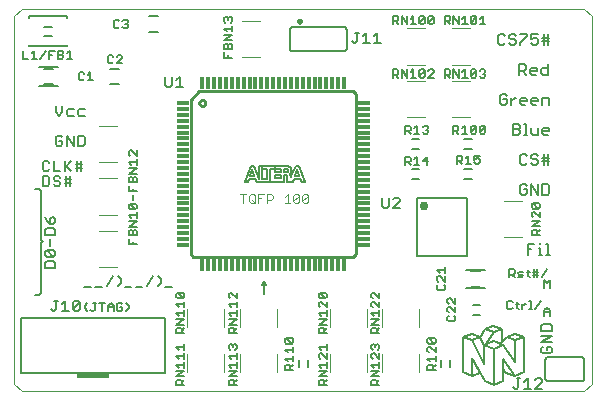
<source format=gto>
G75*
%MOIN*%
%OFA0B0*%
%FSLAX25Y25*%
%IPPOS*%
%LPD*%
%AMOC8*
5,1,8,0,0,1.08239X$1,22.5*
%
%ADD10C,0.00000*%
%ADD11C,0.00600*%
%ADD12C,0.00500*%
%ADD13C,0.00800*%
%ADD14C,0.01000*%
%ADD15C,0.00787*%
%ADD16C,0.00400*%
%ADD17C,0.00300*%
%ADD18R,0.04133X0.01182*%
%ADD19R,0.04133X0.01181*%
%ADD20R,0.01182X0.04133*%
%ADD21R,0.01181X0.04133*%
%ADD22C,0.02953*%
D10*
X0007850Y0004100D02*
X0005350Y0006600D01*
X0005350Y0129100D01*
X0007850Y0131600D01*
X0195350Y0131600D01*
X0197850Y0129100D01*
X0197850Y0006600D01*
X0195350Y0004100D01*
X0007850Y0004100D01*
D11*
X0018092Y0030962D02*
X0018659Y0030962D01*
X0019226Y0031530D01*
X0019226Y0034365D01*
X0018659Y0034365D02*
X0019794Y0034365D01*
X0021208Y0033231D02*
X0022342Y0034365D01*
X0022342Y0030962D01*
X0021208Y0030962D02*
X0023477Y0030962D01*
X0024891Y0031530D02*
X0027160Y0033798D01*
X0027160Y0031530D01*
X0026593Y0030962D01*
X0025458Y0030962D01*
X0024891Y0031530D01*
X0024891Y0033798D01*
X0025458Y0034365D01*
X0026593Y0034365D01*
X0027160Y0033798D01*
X0018092Y0030962D02*
X0017525Y0031530D01*
X0013475Y0036288D02*
X0012225Y0036288D01*
X0013475Y0036288D02*
X0014100Y0036913D01*
X0014100Y0053475D01*
X0014725Y0054100D01*
X0014100Y0054725D01*
X0014100Y0070975D01*
X0013475Y0071600D01*
X0012225Y0071600D01*
X0014712Y0072525D02*
X0016414Y0072525D01*
X0016981Y0073092D01*
X0016981Y0075361D01*
X0016414Y0075928D01*
X0014712Y0075928D01*
X0014712Y0072525D01*
X0018396Y0073092D02*
X0018963Y0072525D01*
X0020097Y0072525D01*
X0020664Y0073092D01*
X0020664Y0073659D01*
X0020097Y0074226D01*
X0018963Y0074226D01*
X0018396Y0074794D01*
X0018396Y0075361D01*
X0018963Y0075928D01*
X0020097Y0075928D01*
X0020664Y0075361D01*
X0022079Y0074794D02*
X0023780Y0074794D01*
X0024347Y0074794D01*
X0024347Y0073659D02*
X0022079Y0073659D01*
X0022646Y0072525D02*
X0022646Y0075928D01*
X0023780Y0075928D02*
X0023780Y0072525D01*
X0024347Y0077525D02*
X0022646Y0079226D01*
X0022079Y0078659D02*
X0024347Y0080928D01*
X0025762Y0079794D02*
X0027463Y0079794D01*
X0028031Y0079794D01*
X0028031Y0078659D02*
X0025762Y0078659D01*
X0026329Y0077525D02*
X0026329Y0080928D01*
X0027463Y0080928D02*
X0027463Y0077525D01*
X0022079Y0077525D02*
X0022079Y0080928D01*
X0018396Y0080928D02*
X0018396Y0077525D01*
X0020664Y0077525D01*
X0016981Y0078092D02*
X0016414Y0077525D01*
X0015280Y0077525D01*
X0014712Y0078092D01*
X0014712Y0080361D01*
X0015280Y0080928D01*
X0016414Y0080928D01*
X0016981Y0080361D01*
X0019655Y0085963D02*
X0020789Y0085963D01*
X0021356Y0086530D01*
X0021356Y0087664D01*
X0020222Y0087664D01*
X0021356Y0088798D02*
X0020789Y0089365D01*
X0019655Y0089365D01*
X0019088Y0088798D01*
X0019088Y0086530D01*
X0019655Y0085963D01*
X0022771Y0085963D02*
X0022771Y0089365D01*
X0025039Y0085963D01*
X0025039Y0089365D01*
X0026454Y0089365D02*
X0028155Y0089365D01*
X0028722Y0088798D01*
X0028722Y0086530D01*
X0028155Y0085963D01*
X0026454Y0085963D01*
X0026454Y0089365D01*
X0027021Y0095962D02*
X0028722Y0095962D01*
X0027021Y0095962D02*
X0026454Y0096530D01*
X0026454Y0097664D01*
X0027021Y0098231D01*
X0028722Y0098231D01*
X0025039Y0098231D02*
X0023338Y0098231D01*
X0022771Y0097664D01*
X0022771Y0096530D01*
X0023338Y0095962D01*
X0025039Y0095962D01*
X0021356Y0097097D02*
X0021356Y0099365D01*
X0021356Y0097097D02*
X0020222Y0095962D01*
X0019088Y0097097D01*
X0019088Y0099365D01*
X0019413Y0105975D02*
X0013787Y0105975D01*
X0013475Y0105975D02*
X0019725Y0105975D01*
X0018100Y0106500D02*
X0015100Y0106500D01*
X0015100Y0111700D02*
X0018100Y0111700D01*
X0019413Y0112225D02*
X0013787Y0112225D01*
X0013475Y0112225D02*
X0019725Y0112225D01*
X0022850Y0119100D02*
X0010350Y0119100D01*
X0010350Y0119725D01*
X0015350Y0122537D02*
X0017850Y0122537D01*
X0017850Y0125662D02*
X0015350Y0125662D01*
X0010350Y0128475D02*
X0010350Y0129100D01*
X0022850Y0129100D01*
X0022850Y0128475D01*
X0022850Y0119725D02*
X0022850Y0119100D01*
X0037288Y0111700D02*
X0040288Y0111700D01*
X0040288Y0106500D02*
X0037288Y0106500D01*
X0055650Y0106217D02*
X0056217Y0105650D01*
X0057351Y0105650D01*
X0057919Y0106217D01*
X0057919Y0109053D01*
X0059333Y0107919D02*
X0060467Y0109053D01*
X0060467Y0105650D01*
X0059333Y0105650D02*
X0061602Y0105650D01*
X0055650Y0106217D02*
X0055650Y0109053D01*
X0053100Y0124000D02*
X0050100Y0124000D01*
X0050100Y0129200D02*
X0053100Y0129200D01*
X0097100Y0124600D02*
X0097100Y0118600D01*
X0097102Y0118540D01*
X0097107Y0118479D01*
X0097116Y0118420D01*
X0097129Y0118361D01*
X0097145Y0118302D01*
X0097165Y0118245D01*
X0097188Y0118190D01*
X0097215Y0118135D01*
X0097244Y0118083D01*
X0097277Y0118032D01*
X0097313Y0117983D01*
X0097351Y0117937D01*
X0097393Y0117893D01*
X0097437Y0117851D01*
X0097483Y0117813D01*
X0097532Y0117777D01*
X0097583Y0117744D01*
X0097635Y0117715D01*
X0097690Y0117688D01*
X0097745Y0117665D01*
X0097802Y0117645D01*
X0097861Y0117629D01*
X0097920Y0117616D01*
X0097979Y0117607D01*
X0098040Y0117602D01*
X0098100Y0117600D01*
X0115100Y0117600D01*
X0115160Y0117602D01*
X0115221Y0117607D01*
X0115280Y0117616D01*
X0115339Y0117629D01*
X0115398Y0117645D01*
X0115455Y0117665D01*
X0115510Y0117688D01*
X0115565Y0117715D01*
X0115617Y0117744D01*
X0115668Y0117777D01*
X0115717Y0117813D01*
X0115763Y0117851D01*
X0115807Y0117893D01*
X0115849Y0117937D01*
X0115887Y0117983D01*
X0115923Y0118032D01*
X0115956Y0118083D01*
X0115985Y0118135D01*
X0116012Y0118190D01*
X0116035Y0118245D01*
X0116055Y0118302D01*
X0116071Y0118361D01*
X0116084Y0118420D01*
X0116093Y0118479D01*
X0116098Y0118540D01*
X0116100Y0118600D01*
X0116100Y0124600D01*
X0116098Y0124660D01*
X0116093Y0124721D01*
X0116084Y0124780D01*
X0116071Y0124839D01*
X0116055Y0124898D01*
X0116035Y0124955D01*
X0116012Y0125010D01*
X0115985Y0125065D01*
X0115956Y0125117D01*
X0115923Y0125168D01*
X0115887Y0125217D01*
X0115849Y0125263D01*
X0115807Y0125307D01*
X0115763Y0125349D01*
X0115717Y0125387D01*
X0115668Y0125423D01*
X0115617Y0125456D01*
X0115565Y0125485D01*
X0115510Y0125512D01*
X0115455Y0125535D01*
X0115398Y0125555D01*
X0115339Y0125571D01*
X0115280Y0125584D01*
X0115221Y0125593D01*
X0115160Y0125598D01*
X0115100Y0125600D01*
X0098100Y0125600D01*
X0098040Y0125598D01*
X0097979Y0125593D01*
X0097920Y0125584D01*
X0097861Y0125571D01*
X0097802Y0125555D01*
X0097745Y0125535D01*
X0097690Y0125512D01*
X0097635Y0125485D01*
X0097583Y0125456D01*
X0097532Y0125423D01*
X0097483Y0125387D01*
X0097437Y0125349D01*
X0097393Y0125307D01*
X0097351Y0125263D01*
X0097313Y0125217D01*
X0097277Y0125168D01*
X0097244Y0125117D01*
X0097215Y0125065D01*
X0097188Y0125010D01*
X0097165Y0124955D01*
X0097145Y0124898D01*
X0097129Y0124839D01*
X0097116Y0124780D01*
X0097107Y0124721D01*
X0097102Y0124660D01*
X0097100Y0124600D01*
X0117837Y0120905D02*
X0118405Y0120337D01*
X0118972Y0120337D01*
X0119539Y0120905D01*
X0119539Y0123740D01*
X0118972Y0123740D02*
X0120106Y0123740D01*
X0121521Y0122606D02*
X0122655Y0123740D01*
X0122655Y0120337D01*
X0121521Y0120337D02*
X0123789Y0120337D01*
X0125204Y0120337D02*
X0127472Y0120337D01*
X0126338Y0120337D02*
X0126338Y0123740D01*
X0125204Y0122606D01*
X0166609Y0122548D02*
X0166609Y0120280D01*
X0167176Y0119712D01*
X0168311Y0119712D01*
X0168878Y0120280D01*
X0170292Y0120280D02*
X0170860Y0119712D01*
X0171994Y0119712D01*
X0172561Y0120280D01*
X0172561Y0120847D01*
X0171994Y0121414D01*
X0170860Y0121414D01*
X0170292Y0121981D01*
X0170292Y0122548D01*
X0170860Y0123115D01*
X0171994Y0123115D01*
X0172561Y0122548D01*
X0173976Y0123115D02*
X0176244Y0123115D01*
X0176244Y0122548D01*
X0173976Y0120280D01*
X0173976Y0119712D01*
X0177659Y0120280D02*
X0178226Y0119712D01*
X0179360Y0119712D01*
X0179927Y0120280D01*
X0179927Y0121414D01*
X0179360Y0121981D01*
X0178793Y0121981D01*
X0177659Y0121414D01*
X0177659Y0123115D01*
X0179927Y0123115D01*
X0181342Y0121981D02*
X0183043Y0121981D01*
X0183610Y0121981D01*
X0183610Y0120847D02*
X0181342Y0120847D01*
X0181909Y0119712D02*
X0181909Y0123115D01*
X0183043Y0123115D02*
X0183043Y0119712D01*
X0183298Y0113115D02*
X0183298Y0109712D01*
X0181597Y0109712D01*
X0181029Y0110280D01*
X0181029Y0111414D01*
X0181597Y0111981D01*
X0183298Y0111981D01*
X0179615Y0111414D02*
X0179615Y0110847D01*
X0177346Y0110847D01*
X0177346Y0111414D02*
X0177913Y0111981D01*
X0179048Y0111981D01*
X0179615Y0111414D01*
X0179048Y0109712D02*
X0177913Y0109712D01*
X0177346Y0110280D01*
X0177346Y0111414D01*
X0175932Y0111414D02*
X0175932Y0112548D01*
X0175365Y0113115D01*
X0173663Y0113115D01*
X0173663Y0109712D01*
X0173663Y0110847D02*
X0175365Y0110847D01*
X0175932Y0111414D01*
X0174797Y0110847D02*
X0175932Y0109712D01*
X0168925Y0103115D02*
X0167790Y0103115D01*
X0167223Y0102548D01*
X0167223Y0100280D01*
X0167790Y0099712D01*
X0168925Y0099712D01*
X0169492Y0100280D01*
X0169492Y0101414D01*
X0168357Y0101414D01*
X0169492Y0102548D02*
X0168925Y0103115D01*
X0170906Y0101981D02*
X0170906Y0099712D01*
X0170906Y0100847D02*
X0172041Y0101981D01*
X0172608Y0101981D01*
X0173976Y0101414D02*
X0173976Y0100280D01*
X0174543Y0099712D01*
X0175677Y0099712D01*
X0176244Y0100847D02*
X0173976Y0100847D01*
X0173976Y0101414D02*
X0174543Y0101981D01*
X0175677Y0101981D01*
X0176244Y0101414D01*
X0176244Y0100847D01*
X0177659Y0100847D02*
X0179927Y0100847D01*
X0179927Y0101414D01*
X0179360Y0101981D01*
X0178226Y0101981D01*
X0177659Y0101414D01*
X0177659Y0100280D01*
X0178226Y0099712D01*
X0179360Y0099712D01*
X0181342Y0099712D02*
X0181342Y0101981D01*
X0183043Y0101981D01*
X0183610Y0101414D01*
X0183610Y0099712D01*
X0175770Y0093115D02*
X0175770Y0089712D01*
X0175203Y0089712D02*
X0176338Y0089712D01*
X0177659Y0090280D02*
X0178226Y0089712D01*
X0179927Y0089712D01*
X0179927Y0091981D01*
X0181342Y0091414D02*
X0181342Y0090280D01*
X0181909Y0089712D01*
X0183043Y0089712D01*
X0183610Y0090847D02*
X0181342Y0090847D01*
X0181342Y0091414D02*
X0181909Y0091981D01*
X0183043Y0091981D01*
X0183610Y0091414D01*
X0183610Y0090847D01*
X0177659Y0090280D02*
X0177659Y0091981D01*
X0175770Y0093115D02*
X0175203Y0093115D01*
X0173789Y0092548D02*
X0173789Y0091981D01*
X0173222Y0091414D01*
X0171520Y0091414D01*
X0171520Y0093115D02*
X0173222Y0093115D01*
X0173789Y0092548D01*
X0173222Y0091414D02*
X0173789Y0090847D01*
X0173789Y0090280D01*
X0173222Y0089712D01*
X0171520Y0089712D01*
X0171520Y0093115D01*
X0174543Y0083115D02*
X0173976Y0082548D01*
X0173976Y0080280D01*
X0174543Y0079713D01*
X0175677Y0079713D01*
X0176244Y0080280D01*
X0177659Y0080280D02*
X0178226Y0079713D01*
X0179360Y0079713D01*
X0179927Y0080280D01*
X0179927Y0080847D01*
X0179360Y0081414D01*
X0178226Y0081414D01*
X0177659Y0081981D01*
X0177659Y0082548D01*
X0178226Y0083115D01*
X0179360Y0083115D01*
X0179927Y0082548D01*
X0181342Y0081981D02*
X0183043Y0081981D01*
X0183610Y0081981D01*
X0183610Y0080847D02*
X0181342Y0080847D01*
X0181909Y0079713D02*
X0181909Y0083115D01*
X0183043Y0083115D02*
X0183043Y0079713D01*
X0176244Y0082548D02*
X0175677Y0083115D01*
X0174543Y0083115D01*
X0174543Y0073115D02*
X0173976Y0072548D01*
X0173976Y0070280D01*
X0174543Y0069713D01*
X0175677Y0069713D01*
X0176244Y0070280D01*
X0176244Y0071414D01*
X0175110Y0071414D01*
X0176244Y0072548D02*
X0175677Y0073115D01*
X0174543Y0073115D01*
X0177659Y0073115D02*
X0177659Y0069713D01*
X0179927Y0069713D02*
X0179927Y0073115D01*
X0181342Y0073115D02*
X0183043Y0073115D01*
X0183610Y0072548D01*
X0183610Y0070280D01*
X0183043Y0069713D01*
X0181342Y0069713D01*
X0181342Y0073115D01*
X0177659Y0073115D02*
X0179927Y0069713D01*
X0157850Y0075038D02*
X0155350Y0075038D01*
X0155350Y0078163D02*
X0157850Y0078163D01*
X0157850Y0085038D02*
X0155350Y0085038D01*
X0155350Y0088162D02*
X0157850Y0088162D01*
X0140350Y0088162D02*
X0137850Y0088162D01*
X0137850Y0085038D02*
X0140350Y0085038D01*
X0140350Y0078163D02*
X0137850Y0078163D01*
X0137850Y0075038D02*
X0140350Y0075038D01*
X0133789Y0068173D02*
X0133222Y0068740D01*
X0132088Y0068740D01*
X0131521Y0068173D01*
X0130106Y0068740D02*
X0130106Y0065905D01*
X0129539Y0065337D01*
X0128405Y0065337D01*
X0127837Y0065905D01*
X0127837Y0068740D01*
X0131521Y0065337D02*
X0133789Y0067606D01*
X0133789Y0068173D01*
X0133789Y0065337D02*
X0131521Y0065337D01*
X0155975Y0044725D02*
X0162225Y0044725D01*
X0161913Y0044725D02*
X0156288Y0044725D01*
X0157600Y0044200D02*
X0160600Y0044200D01*
X0160600Y0039000D02*
X0157600Y0039000D01*
X0156288Y0038475D02*
X0161913Y0038475D01*
X0162225Y0038475D02*
X0155975Y0038475D01*
X0158163Y0032850D02*
X0160663Y0032850D01*
X0160663Y0029725D02*
X0158163Y0029725D01*
X0150663Y0014725D02*
X0150663Y0012225D01*
X0147538Y0012225D02*
X0147538Y0014725D01*
X0171588Y0005592D02*
X0172155Y0005025D01*
X0172722Y0005025D01*
X0173289Y0005592D01*
X0173289Y0008428D01*
X0172722Y0008428D02*
X0173856Y0008428D01*
X0175271Y0007294D02*
X0176405Y0008428D01*
X0176405Y0005025D01*
X0175271Y0005025D02*
X0177539Y0005025D01*
X0178954Y0005025D02*
X0181222Y0007294D01*
X0181222Y0007861D01*
X0180655Y0008428D01*
X0179521Y0008428D01*
X0178954Y0007861D01*
X0182287Y0008600D02*
X0182287Y0014600D01*
X0182289Y0014660D01*
X0182294Y0014721D01*
X0182303Y0014780D01*
X0182316Y0014839D01*
X0182332Y0014898D01*
X0182352Y0014955D01*
X0182375Y0015010D01*
X0182402Y0015065D01*
X0182431Y0015117D01*
X0182464Y0015168D01*
X0182500Y0015217D01*
X0182538Y0015263D01*
X0182580Y0015307D01*
X0182624Y0015349D01*
X0182670Y0015387D01*
X0182719Y0015423D01*
X0182770Y0015456D01*
X0182822Y0015485D01*
X0182877Y0015512D01*
X0182932Y0015535D01*
X0182989Y0015555D01*
X0183048Y0015571D01*
X0183107Y0015584D01*
X0183166Y0015593D01*
X0183227Y0015598D01*
X0183287Y0015600D01*
X0194287Y0015600D01*
X0194347Y0015598D01*
X0194408Y0015593D01*
X0194467Y0015584D01*
X0194526Y0015571D01*
X0194585Y0015555D01*
X0194642Y0015535D01*
X0194697Y0015512D01*
X0194752Y0015485D01*
X0194804Y0015456D01*
X0194855Y0015423D01*
X0194904Y0015387D01*
X0194950Y0015349D01*
X0194994Y0015307D01*
X0195036Y0015263D01*
X0195074Y0015217D01*
X0195110Y0015168D01*
X0195143Y0015117D01*
X0195172Y0015065D01*
X0195199Y0015010D01*
X0195222Y0014955D01*
X0195242Y0014898D01*
X0195258Y0014839D01*
X0195271Y0014780D01*
X0195280Y0014721D01*
X0195285Y0014660D01*
X0195287Y0014600D01*
X0195287Y0008600D01*
X0195285Y0008540D01*
X0195280Y0008479D01*
X0195271Y0008420D01*
X0195258Y0008361D01*
X0195242Y0008302D01*
X0195222Y0008245D01*
X0195199Y0008190D01*
X0195172Y0008135D01*
X0195143Y0008083D01*
X0195110Y0008032D01*
X0195074Y0007983D01*
X0195036Y0007937D01*
X0194994Y0007893D01*
X0194950Y0007851D01*
X0194904Y0007813D01*
X0194855Y0007777D01*
X0194804Y0007744D01*
X0194752Y0007715D01*
X0194697Y0007688D01*
X0194642Y0007665D01*
X0194585Y0007645D01*
X0194526Y0007629D01*
X0194467Y0007616D01*
X0194408Y0007607D01*
X0194347Y0007602D01*
X0194287Y0007600D01*
X0183287Y0007600D01*
X0183227Y0007602D01*
X0183166Y0007607D01*
X0183107Y0007616D01*
X0183048Y0007629D01*
X0182989Y0007645D01*
X0182932Y0007665D01*
X0182877Y0007688D01*
X0182822Y0007715D01*
X0182770Y0007744D01*
X0182719Y0007777D01*
X0182670Y0007813D01*
X0182624Y0007851D01*
X0182580Y0007893D01*
X0182538Y0007937D01*
X0182500Y0007983D01*
X0182464Y0008032D01*
X0182431Y0008083D01*
X0182402Y0008135D01*
X0182375Y0008190D01*
X0182352Y0008245D01*
X0182332Y0008302D01*
X0182316Y0008361D01*
X0182303Y0008420D01*
X0182294Y0008479D01*
X0182289Y0008540D01*
X0182287Y0008600D01*
X0181222Y0005025D02*
X0178954Y0005025D01*
X0181589Y0016788D02*
X0183858Y0016788D01*
X0184425Y0017355D01*
X0184425Y0018490D01*
X0183858Y0019057D01*
X0182724Y0019057D01*
X0182724Y0017922D01*
X0181589Y0016788D02*
X0181022Y0017355D01*
X0181022Y0018490D01*
X0181589Y0019057D01*
X0181022Y0020471D02*
X0184425Y0022740D01*
X0181022Y0022740D01*
X0181022Y0024154D02*
X0181022Y0025856D01*
X0181589Y0026423D01*
X0183858Y0026423D01*
X0184425Y0025856D01*
X0184425Y0024154D01*
X0181022Y0024154D01*
X0181022Y0020471D02*
X0184425Y0020471D01*
X0183704Y0049712D02*
X0182570Y0049712D01*
X0183137Y0049712D02*
X0183137Y0053115D01*
X0182570Y0053115D01*
X0180681Y0053115D02*
X0180681Y0053683D01*
X0180681Y0051981D02*
X0180681Y0049712D01*
X0180114Y0049712D02*
X0181248Y0049712D01*
X0180681Y0051981D02*
X0180114Y0051981D01*
X0178700Y0053115D02*
X0176431Y0053115D01*
X0176431Y0049712D01*
X0176431Y0051414D02*
X0177565Y0051414D01*
X0103162Y0014725D02*
X0103162Y0012225D01*
X0100037Y0012225D02*
X0100037Y0014725D01*
X0088475Y0036600D02*
X0088475Y0040663D01*
X0087850Y0039725D01*
X0088475Y0040663D02*
X0089100Y0039725D01*
X0018925Y0045192D02*
X0018925Y0046894D01*
X0018358Y0047461D01*
X0016089Y0047461D01*
X0015522Y0046894D01*
X0015522Y0045192D01*
X0018925Y0045192D01*
X0018358Y0048875D02*
X0016089Y0048875D01*
X0015522Y0049442D01*
X0015522Y0050577D01*
X0016089Y0051144D01*
X0018358Y0048875D01*
X0018925Y0049442D01*
X0018925Y0050577D01*
X0018358Y0051144D01*
X0016089Y0051144D01*
X0017224Y0052558D02*
X0017224Y0054827D01*
X0018925Y0056242D02*
X0015522Y0056242D01*
X0015522Y0057943D01*
X0016089Y0058510D01*
X0018358Y0058510D01*
X0018925Y0057943D01*
X0018925Y0056242D01*
X0018358Y0059925D02*
X0017224Y0059925D01*
X0017224Y0061626D01*
X0017791Y0062193D01*
X0018358Y0062193D01*
X0018925Y0061626D01*
X0018925Y0060492D01*
X0018358Y0059925D01*
X0017224Y0059925D02*
X0016089Y0061059D01*
X0015522Y0062193D01*
X0166609Y0122548D02*
X0167176Y0123115D01*
X0168311Y0123115D01*
X0168878Y0122548D01*
D12*
X0162313Y0126537D02*
X0160511Y0126537D01*
X0161412Y0126537D02*
X0161412Y0129240D01*
X0160511Y0128339D01*
X0159366Y0128789D02*
X0157565Y0126988D01*
X0158015Y0126537D01*
X0158916Y0126537D01*
X0159366Y0126988D01*
X0159366Y0128789D01*
X0158916Y0129240D01*
X0158015Y0129240D01*
X0157565Y0128789D01*
X0157565Y0126988D01*
X0156420Y0126537D02*
X0154618Y0126537D01*
X0155519Y0126537D02*
X0155519Y0129240D01*
X0154618Y0128339D01*
X0153473Y0129240D02*
X0153473Y0126537D01*
X0151672Y0129240D01*
X0151672Y0126537D01*
X0150527Y0126537D02*
X0149626Y0127438D01*
X0150076Y0127438D02*
X0148725Y0127438D01*
X0148725Y0126537D02*
X0148725Y0129240D01*
X0150076Y0129240D01*
X0150527Y0128789D01*
X0150527Y0127889D01*
X0150076Y0127438D01*
X0145080Y0126988D02*
X0144630Y0126537D01*
X0143729Y0126537D01*
X0143278Y0126988D01*
X0145080Y0128789D01*
X0145080Y0126988D01*
X0143278Y0126988D02*
X0143278Y0128789D01*
X0143729Y0129240D01*
X0144630Y0129240D01*
X0145080Y0128789D01*
X0142134Y0128789D02*
X0140332Y0126988D01*
X0140782Y0126537D01*
X0141683Y0126537D01*
X0142134Y0126988D01*
X0142134Y0128789D01*
X0141683Y0129240D01*
X0140782Y0129240D01*
X0140332Y0128789D01*
X0140332Y0126988D01*
X0139187Y0126537D02*
X0137385Y0126537D01*
X0138286Y0126537D02*
X0138286Y0129240D01*
X0137385Y0128339D01*
X0136240Y0129240D02*
X0136240Y0126537D01*
X0134439Y0129240D01*
X0134439Y0126537D01*
X0133294Y0126537D02*
X0132393Y0127438D01*
X0132844Y0127438D02*
X0131492Y0127438D01*
X0131492Y0126537D02*
X0131492Y0129240D01*
X0132844Y0129240D01*
X0133294Y0128789D01*
X0133294Y0127889D01*
X0132844Y0127438D01*
X0132844Y0111427D02*
X0131492Y0111427D01*
X0131492Y0108725D01*
X0131492Y0109626D02*
X0132844Y0109626D01*
X0133294Y0110076D01*
X0133294Y0110977D01*
X0132844Y0111427D01*
X0134439Y0111427D02*
X0136240Y0108725D01*
X0136240Y0111427D01*
X0137385Y0110527D02*
X0138286Y0111427D01*
X0138286Y0108725D01*
X0137385Y0108725D02*
X0139187Y0108725D01*
X0140332Y0109175D02*
X0142134Y0110977D01*
X0142134Y0109175D01*
X0141683Y0108725D01*
X0140782Y0108725D01*
X0140332Y0109175D01*
X0140332Y0110977D01*
X0140782Y0111427D01*
X0141683Y0111427D01*
X0142134Y0110977D01*
X0143278Y0110977D02*
X0143729Y0111427D01*
X0144630Y0111427D01*
X0145080Y0110977D01*
X0145080Y0110527D01*
X0143278Y0108725D01*
X0145080Y0108725D01*
X0148725Y0108725D02*
X0148725Y0111427D01*
X0150076Y0111427D01*
X0150527Y0110977D01*
X0150527Y0110076D01*
X0150076Y0109626D01*
X0148725Y0109626D01*
X0149626Y0109626D02*
X0150527Y0108725D01*
X0151672Y0108725D02*
X0151672Y0111427D01*
X0153473Y0108725D01*
X0153473Y0111427D01*
X0154618Y0110527D02*
X0155519Y0111427D01*
X0155519Y0108725D01*
X0154618Y0108725D02*
X0156420Y0108725D01*
X0157565Y0109175D02*
X0159366Y0110977D01*
X0159366Y0109175D01*
X0158916Y0108725D01*
X0158015Y0108725D01*
X0157565Y0109175D01*
X0157565Y0110977D01*
X0158015Y0111427D01*
X0158916Y0111427D01*
X0159366Y0110977D01*
X0160511Y0110977D02*
X0160961Y0111427D01*
X0161862Y0111427D01*
X0162313Y0110977D01*
X0162313Y0110527D01*
X0161862Y0110076D01*
X0162313Y0109626D01*
X0162313Y0109175D01*
X0161862Y0108725D01*
X0160961Y0108725D01*
X0160511Y0109175D01*
X0161412Y0110076D02*
X0161862Y0110076D01*
X0161728Y0092677D02*
X0162179Y0092227D01*
X0160377Y0090425D01*
X0160827Y0089975D01*
X0161728Y0089975D01*
X0162179Y0090425D01*
X0162179Y0092227D01*
X0161728Y0092677D02*
X0160827Y0092677D01*
X0160377Y0092227D01*
X0160377Y0090425D01*
X0159232Y0090425D02*
X0158782Y0089975D01*
X0157881Y0089975D01*
X0157431Y0090425D01*
X0159232Y0092227D01*
X0159232Y0090425D01*
X0157431Y0090425D02*
X0157431Y0092227D01*
X0157881Y0092677D01*
X0158782Y0092677D01*
X0159232Y0092227D01*
X0156286Y0089975D02*
X0154484Y0089975D01*
X0155385Y0089975D02*
X0155385Y0092677D01*
X0154484Y0091777D01*
X0153339Y0092227D02*
X0152889Y0092677D01*
X0151538Y0092677D01*
X0151538Y0089975D01*
X0151538Y0090876D02*
X0152889Y0090876D01*
X0153339Y0091326D01*
X0153339Y0092227D01*
X0152438Y0090876D02*
X0153339Y0089975D01*
X0143295Y0090425D02*
X0142844Y0089975D01*
X0141943Y0089975D01*
X0141493Y0090425D01*
X0140348Y0089975D02*
X0138547Y0089975D01*
X0139447Y0089975D02*
X0139447Y0092677D01*
X0138547Y0091777D01*
X0137402Y0092227D02*
X0136951Y0092677D01*
X0135600Y0092677D01*
X0135600Y0089975D01*
X0135600Y0090876D02*
X0136951Y0090876D01*
X0137402Y0091326D01*
X0137402Y0092227D01*
X0136501Y0090876D02*
X0137402Y0089975D01*
X0141493Y0092227D02*
X0141943Y0092677D01*
X0142844Y0092677D01*
X0143295Y0092227D01*
X0143295Y0091777D01*
X0142844Y0091326D01*
X0143295Y0090876D01*
X0143295Y0090425D01*
X0142844Y0091326D02*
X0142394Y0091326D01*
X0142844Y0082365D02*
X0141493Y0081014D01*
X0143295Y0081014D01*
X0142844Y0079663D02*
X0142844Y0082365D01*
X0139447Y0082365D02*
X0139447Y0079663D01*
X0138547Y0079663D02*
X0140348Y0079663D01*
X0138547Y0081464D02*
X0139447Y0082365D01*
X0137402Y0081914D02*
X0137402Y0081014D01*
X0136951Y0080563D01*
X0135600Y0080563D01*
X0135600Y0079663D02*
X0135600Y0082365D01*
X0136951Y0082365D01*
X0137402Y0081914D01*
X0136501Y0080563D02*
X0137402Y0079663D01*
X0152788Y0079975D02*
X0152788Y0082677D01*
X0154139Y0082677D01*
X0154589Y0082227D01*
X0154589Y0081326D01*
X0154139Y0080876D01*
X0152788Y0080876D01*
X0153688Y0080876D02*
X0154589Y0079975D01*
X0155734Y0079975D02*
X0157536Y0079975D01*
X0156635Y0079975D02*
X0156635Y0082677D01*
X0155734Y0081777D01*
X0158681Y0081326D02*
X0159581Y0081777D01*
X0160032Y0081777D01*
X0160482Y0081326D01*
X0160482Y0080425D01*
X0160032Y0079975D01*
X0159131Y0079975D01*
X0158681Y0080425D01*
X0158681Y0081326D02*
X0158681Y0082677D01*
X0160482Y0082677D01*
X0177710Y0066416D02*
X0178161Y0066866D01*
X0179962Y0065065D01*
X0180412Y0065515D01*
X0180412Y0066416D01*
X0179962Y0066866D01*
X0178161Y0066866D01*
X0177710Y0066416D02*
X0177710Y0065515D01*
X0178161Y0065065D01*
X0179962Y0065065D01*
X0180412Y0063920D02*
X0180412Y0062118D01*
X0178611Y0063920D01*
X0178161Y0063920D01*
X0177710Y0063469D01*
X0177710Y0062568D01*
X0178161Y0062118D01*
X0177710Y0060973D02*
X0180412Y0060973D01*
X0177710Y0059172D01*
X0180412Y0059172D01*
X0180412Y0058027D02*
X0179512Y0057126D01*
X0179512Y0057576D02*
X0179512Y0056225D01*
X0180412Y0056225D02*
X0177710Y0056225D01*
X0177710Y0057576D01*
X0178161Y0058027D01*
X0179061Y0058027D01*
X0179512Y0057576D01*
X0179496Y0044865D02*
X0179496Y0042163D01*
X0178595Y0042163D02*
X0178595Y0044865D01*
X0178144Y0043964D02*
X0179496Y0043964D01*
X0179946Y0043964D01*
X0179946Y0043063D02*
X0178144Y0043063D01*
X0177081Y0042163D02*
X0176630Y0042613D01*
X0176630Y0044414D01*
X0176180Y0043964D02*
X0177081Y0043964D01*
X0175035Y0043964D02*
X0173684Y0043964D01*
X0173234Y0043514D01*
X0173684Y0043063D01*
X0174585Y0043063D01*
X0175035Y0042613D01*
X0174585Y0042163D01*
X0173234Y0042163D01*
X0172089Y0042163D02*
X0171188Y0043063D01*
X0171638Y0043063D02*
X0170287Y0043063D01*
X0170287Y0042163D02*
X0170287Y0044865D01*
X0171638Y0044865D01*
X0172089Y0044414D01*
X0172089Y0043514D01*
X0171638Y0043063D01*
X0181091Y0042163D02*
X0182893Y0044865D01*
X0182028Y0041115D02*
X0182929Y0040214D01*
X0183830Y0041115D01*
X0183830Y0038413D01*
X0182028Y0038413D02*
X0182028Y0041115D01*
X0180705Y0034240D02*
X0178903Y0031537D01*
X0177840Y0031537D02*
X0176939Y0031537D01*
X0177390Y0031537D02*
X0177390Y0034240D01*
X0176939Y0034240D01*
X0175835Y0033339D02*
X0175384Y0033339D01*
X0174484Y0032438D01*
X0174484Y0031537D02*
X0174484Y0033339D01*
X0173420Y0033339D02*
X0172519Y0033339D01*
X0172970Y0033789D02*
X0172970Y0031988D01*
X0173420Y0031537D01*
X0171374Y0031988D02*
X0170924Y0031537D01*
X0170023Y0031537D01*
X0169573Y0031988D01*
X0169573Y0033789D01*
X0170023Y0034240D01*
X0170924Y0034240D01*
X0171374Y0033789D01*
X0182028Y0031152D02*
X0182028Y0029350D01*
X0182028Y0030701D02*
X0183830Y0030701D01*
X0183830Y0031152D02*
X0183830Y0029350D01*
X0183830Y0031152D02*
X0182929Y0032052D01*
X0182028Y0031152D01*
X0152288Y0030422D02*
X0150486Y0032223D01*
X0150036Y0032223D01*
X0149585Y0031773D01*
X0149585Y0030872D01*
X0150036Y0030422D01*
X0150036Y0029277D02*
X0149585Y0028826D01*
X0149585Y0027925D01*
X0150036Y0027475D01*
X0151837Y0027475D01*
X0152288Y0027925D01*
X0152288Y0028826D01*
X0151837Y0029277D01*
X0152288Y0030422D02*
X0152288Y0032223D01*
X0152288Y0033368D02*
X0150486Y0035170D01*
X0150036Y0035170D01*
X0149585Y0034719D01*
X0149585Y0033818D01*
X0150036Y0033368D01*
X0152288Y0033368D02*
X0152288Y0035170D01*
X0148850Y0038238D02*
X0148850Y0039139D01*
X0148400Y0039589D01*
X0148850Y0040734D02*
X0147048Y0042536D01*
X0146598Y0042536D01*
X0146148Y0042085D01*
X0146148Y0041184D01*
X0146598Y0040734D01*
X0146598Y0039589D02*
X0146148Y0039139D01*
X0146148Y0038238D01*
X0146598Y0037788D01*
X0148400Y0037788D01*
X0148850Y0038238D01*
X0148850Y0040734D02*
X0148850Y0042536D01*
X0148850Y0043681D02*
X0148850Y0045482D01*
X0148850Y0044581D02*
X0146148Y0044581D01*
X0147048Y0043681D01*
X0126975Y0037000D02*
X0126975Y0035199D01*
X0125173Y0037000D01*
X0124723Y0037000D01*
X0124273Y0036550D01*
X0124273Y0035649D01*
X0124723Y0035199D01*
X0124723Y0034054D02*
X0124273Y0033603D01*
X0124273Y0032702D01*
X0124723Y0032252D01*
X0124723Y0034054D02*
X0125173Y0034054D01*
X0126975Y0032252D01*
X0126975Y0034054D01*
X0126975Y0031107D02*
X0126975Y0029306D01*
X0126975Y0030206D02*
X0124273Y0030206D01*
X0125173Y0029306D01*
X0124273Y0028161D02*
X0126975Y0028161D01*
X0124273Y0026359D01*
X0126975Y0026359D01*
X0126975Y0025214D02*
X0126074Y0024313D01*
X0126074Y0024764D02*
X0126074Y0023412D01*
X0126975Y0023412D02*
X0124273Y0023412D01*
X0124273Y0024764D01*
X0124723Y0025214D01*
X0125624Y0025214D01*
X0126074Y0024764D01*
X0126074Y0019768D02*
X0126525Y0019768D01*
X0126975Y0019317D01*
X0126975Y0018416D01*
X0126525Y0017966D01*
X0126975Y0016821D02*
X0126975Y0015019D01*
X0125173Y0016821D01*
X0124723Y0016821D01*
X0124273Y0016371D01*
X0124273Y0015470D01*
X0124723Y0015019D01*
X0124273Y0012974D02*
X0126975Y0012974D01*
X0126975Y0013874D02*
X0126975Y0012073D01*
X0126975Y0010928D02*
X0124273Y0010928D01*
X0125173Y0012073D02*
X0124273Y0012974D01*
X0126975Y0010928D02*
X0124273Y0009126D01*
X0126975Y0009126D01*
X0126975Y0007981D02*
X0126074Y0007081D01*
X0126074Y0007531D02*
X0126074Y0006180D01*
X0126975Y0006180D02*
X0124273Y0006180D01*
X0124273Y0007531D01*
X0124723Y0007981D01*
X0125624Y0007981D01*
X0126074Y0007531D01*
X0124723Y0017966D02*
X0124273Y0018416D01*
X0124273Y0019317D01*
X0124723Y0019768D01*
X0125173Y0019768D01*
X0125624Y0019317D01*
X0126074Y0019768D01*
X0125624Y0019317D02*
X0125624Y0018867D01*
X0109475Y0018867D02*
X0106773Y0018867D01*
X0107673Y0017966D01*
X0107673Y0016821D02*
X0107223Y0016821D01*
X0106773Y0016371D01*
X0106773Y0015470D01*
X0107223Y0015019D01*
X0107673Y0016821D02*
X0109475Y0015019D01*
X0109475Y0016821D01*
X0109475Y0017966D02*
X0109475Y0019768D01*
X0109475Y0023412D02*
X0106773Y0023412D01*
X0106773Y0024764D01*
X0107223Y0025214D01*
X0108124Y0025214D01*
X0108574Y0024764D01*
X0108574Y0023412D01*
X0108574Y0024313D02*
X0109475Y0025214D01*
X0109475Y0026359D02*
X0106773Y0026359D01*
X0109475Y0028161D01*
X0106773Y0028161D01*
X0107673Y0029306D02*
X0106773Y0030206D01*
X0109475Y0030206D01*
X0109475Y0029306D02*
X0109475Y0031107D01*
X0109475Y0032252D02*
X0107673Y0034054D01*
X0107223Y0034054D01*
X0106773Y0033603D01*
X0106773Y0032702D01*
X0107223Y0032252D01*
X0109475Y0032252D02*
X0109475Y0034054D01*
X0109025Y0035199D02*
X0107223Y0035199D01*
X0106773Y0035649D01*
X0106773Y0036550D01*
X0107223Y0037000D01*
X0109025Y0035199D01*
X0109475Y0035649D01*
X0109475Y0036550D01*
X0109025Y0037000D01*
X0107223Y0037000D01*
X0097775Y0021866D02*
X0095973Y0021866D01*
X0097775Y0020065D01*
X0098225Y0020515D01*
X0098225Y0021416D01*
X0097775Y0021866D01*
X0097775Y0020065D02*
X0095973Y0020065D01*
X0095523Y0020515D01*
X0095523Y0021416D01*
X0095973Y0021866D01*
X0098225Y0018920D02*
X0098225Y0017118D01*
X0098225Y0018019D02*
X0095523Y0018019D01*
X0096423Y0017118D01*
X0098225Y0015973D02*
X0098225Y0014172D01*
X0098225Y0015072D02*
X0095523Y0015072D01*
X0096423Y0014172D01*
X0095973Y0013027D02*
X0096874Y0013027D01*
X0097324Y0012576D01*
X0097324Y0011225D01*
X0097324Y0012126D02*
X0098225Y0013027D01*
X0098225Y0011225D02*
X0095523Y0011225D01*
X0095523Y0012576D01*
X0095973Y0013027D01*
X0106773Y0012974D02*
X0107673Y0012073D01*
X0106773Y0012974D02*
X0109475Y0012974D01*
X0109475Y0013874D02*
X0109475Y0012073D01*
X0109475Y0010928D02*
X0106773Y0010928D01*
X0106773Y0009126D02*
X0109475Y0010928D01*
X0109475Y0009126D02*
X0106773Y0009126D01*
X0107223Y0007981D02*
X0108124Y0007981D01*
X0108574Y0007531D01*
X0108574Y0006180D01*
X0108574Y0007081D02*
X0109475Y0007981D01*
X0109475Y0006180D02*
X0106773Y0006180D01*
X0106773Y0007531D01*
X0107223Y0007981D01*
X0079475Y0007981D02*
X0078574Y0007081D01*
X0078574Y0007531D02*
X0078574Y0006180D01*
X0079475Y0006180D02*
X0076773Y0006180D01*
X0076773Y0007531D01*
X0077223Y0007981D01*
X0078124Y0007981D01*
X0078574Y0007531D01*
X0079475Y0009126D02*
X0076773Y0009126D01*
X0079475Y0010928D01*
X0076773Y0010928D01*
X0077673Y0012073D02*
X0076773Y0012974D01*
X0079475Y0012974D01*
X0079475Y0013874D02*
X0079475Y0012073D01*
X0079475Y0015019D02*
X0079475Y0016821D01*
X0079475Y0015920D02*
X0076773Y0015920D01*
X0077673Y0015019D01*
X0077223Y0017966D02*
X0076773Y0018416D01*
X0076773Y0019317D01*
X0077223Y0019768D01*
X0077673Y0019768D01*
X0078124Y0019317D01*
X0078574Y0019768D01*
X0079025Y0019768D01*
X0079475Y0019317D01*
X0079475Y0018416D01*
X0079025Y0017966D01*
X0078124Y0018867D02*
X0078124Y0019317D01*
X0078574Y0023412D02*
X0078574Y0024764D01*
X0078124Y0025214D01*
X0077223Y0025214D01*
X0076773Y0024764D01*
X0076773Y0023412D01*
X0079475Y0023412D01*
X0078574Y0024313D02*
X0079475Y0025214D01*
X0079475Y0026359D02*
X0076773Y0026359D01*
X0079475Y0028161D01*
X0076773Y0028161D01*
X0077673Y0029306D02*
X0076773Y0030206D01*
X0079475Y0030206D01*
X0079475Y0029306D02*
X0079475Y0031107D01*
X0079475Y0032252D02*
X0079475Y0034054D01*
X0079475Y0033153D02*
X0076773Y0033153D01*
X0077673Y0032252D01*
X0077223Y0035199D02*
X0076773Y0035649D01*
X0076773Y0036550D01*
X0077223Y0037000D01*
X0077673Y0037000D01*
X0079475Y0035199D01*
X0079475Y0037000D01*
X0061975Y0036550D02*
X0061975Y0035649D01*
X0061525Y0035199D01*
X0059723Y0037000D01*
X0061525Y0037000D01*
X0061975Y0036550D01*
X0061525Y0035199D02*
X0059723Y0035199D01*
X0059273Y0035649D01*
X0059273Y0036550D01*
X0059723Y0037000D01*
X0061975Y0034054D02*
X0061975Y0032252D01*
X0061975Y0033153D02*
X0059273Y0033153D01*
X0060173Y0032252D01*
X0061975Y0031107D02*
X0061975Y0029306D01*
X0061975Y0030206D02*
X0059273Y0030206D01*
X0060173Y0029306D01*
X0059273Y0028161D02*
X0061975Y0028161D01*
X0059273Y0026359D01*
X0061975Y0026359D01*
X0061975Y0025214D02*
X0061074Y0024313D01*
X0061074Y0024764D02*
X0061074Y0023412D01*
X0061975Y0023412D02*
X0059273Y0023412D01*
X0059273Y0024764D01*
X0059723Y0025214D01*
X0060624Y0025214D01*
X0061074Y0024764D01*
X0061975Y0019768D02*
X0061975Y0017966D01*
X0061975Y0018867D02*
X0059273Y0018867D01*
X0060173Y0017966D01*
X0061975Y0016821D02*
X0061975Y0015019D01*
X0061975Y0015920D02*
X0059273Y0015920D01*
X0060173Y0015019D01*
X0061975Y0013874D02*
X0061975Y0012073D01*
X0061975Y0012974D02*
X0059273Y0012974D01*
X0060173Y0012073D01*
X0059273Y0010928D02*
X0061975Y0010928D01*
X0059273Y0009126D01*
X0061975Y0009126D01*
X0061975Y0007981D02*
X0061074Y0007081D01*
X0061074Y0007531D02*
X0061074Y0006180D01*
X0061975Y0006180D02*
X0059273Y0006180D01*
X0059273Y0007531D01*
X0059723Y0007981D01*
X0060624Y0007981D01*
X0061074Y0007531D01*
X0042475Y0030912D02*
X0043376Y0031813D01*
X0043376Y0032714D01*
X0042475Y0033615D01*
X0041330Y0033164D02*
X0040880Y0033615D01*
X0039979Y0033615D01*
X0039529Y0033164D01*
X0039529Y0031363D01*
X0039979Y0030912D01*
X0040880Y0030912D01*
X0041330Y0031363D01*
X0041330Y0032264D01*
X0040430Y0032264D01*
X0038384Y0032264D02*
X0036582Y0032264D01*
X0036582Y0032714D02*
X0037483Y0033615D01*
X0038384Y0032714D01*
X0038384Y0030912D01*
X0036582Y0030912D02*
X0036582Y0032714D01*
X0035437Y0033615D02*
X0033636Y0033615D01*
X0034537Y0033615D02*
X0034537Y0030912D01*
X0032040Y0031363D02*
X0032040Y0033615D01*
X0031590Y0033615D02*
X0032491Y0033615D01*
X0029626Y0033615D02*
X0028725Y0032714D01*
X0028725Y0031813D01*
X0029626Y0030912D01*
X0030689Y0031363D02*
X0031140Y0030912D01*
X0031590Y0030912D01*
X0032040Y0031363D01*
X0043373Y0053144D02*
X0043373Y0054946D01*
X0043373Y0056091D02*
X0043373Y0057442D01*
X0043823Y0057892D01*
X0044273Y0057892D01*
X0044724Y0057442D01*
X0044724Y0056091D01*
X0044724Y0057442D02*
X0045174Y0057892D01*
X0045625Y0057892D01*
X0046075Y0057442D01*
X0046075Y0056091D01*
X0043373Y0056091D01*
X0044724Y0054045D02*
X0044724Y0053144D01*
X0046075Y0053144D02*
X0043373Y0053144D01*
X0043373Y0059037D02*
X0046075Y0060839D01*
X0043373Y0060839D01*
X0044273Y0061984D02*
X0043373Y0062884D01*
X0046075Y0062884D01*
X0046075Y0061984D02*
X0046075Y0063785D01*
X0045625Y0064930D02*
X0043823Y0066732D01*
X0045625Y0066732D01*
X0046075Y0066281D01*
X0046075Y0065381D01*
X0045625Y0064930D01*
X0043823Y0064930D01*
X0043373Y0065381D01*
X0043373Y0066281D01*
X0043823Y0066732D01*
X0044724Y0067877D02*
X0044724Y0069678D01*
X0044724Y0070823D02*
X0044724Y0071724D01*
X0046075Y0070823D02*
X0043373Y0070823D01*
X0043373Y0072625D01*
X0043373Y0073770D02*
X0043373Y0075121D01*
X0043823Y0075571D01*
X0044273Y0075571D01*
X0044724Y0075121D01*
X0044724Y0073770D01*
X0044724Y0075121D02*
X0045174Y0075571D01*
X0045625Y0075571D01*
X0046075Y0075121D01*
X0046075Y0073770D01*
X0043373Y0073770D01*
X0043373Y0076716D02*
X0046075Y0078518D01*
X0043373Y0078518D01*
X0044273Y0079663D02*
X0043373Y0080564D01*
X0046075Y0080564D01*
X0046075Y0081464D02*
X0046075Y0079663D01*
X0046075Y0082609D02*
X0044273Y0084411D01*
X0043823Y0084411D01*
X0043373Y0083960D01*
X0043373Y0083060D01*
X0043823Y0082609D01*
X0046075Y0082609D02*
X0046075Y0084411D01*
X0046075Y0076716D02*
X0043373Y0076716D01*
X0043373Y0059037D02*
X0046075Y0059037D01*
X0082084Y0074006D02*
X0083084Y0074006D01*
X0083584Y0075006D01*
X0085584Y0075006D01*
X0086084Y0074006D01*
X0090584Y0074006D01*
X0090584Y0078257D01*
X0092084Y0078257D01*
X0094084Y0078257D01*
X0094084Y0077257D01*
X0092084Y0077257D01*
X0092084Y0078257D01*
X0092084Y0079257D01*
X0096332Y0079257D01*
X0096084Y0078257D02*
X0095332Y0078257D01*
X0095332Y0077257D01*
X0096084Y0077257D01*
X0096128Y0077259D01*
X0096171Y0077265D01*
X0096213Y0077274D01*
X0096255Y0077287D01*
X0096295Y0077304D01*
X0096334Y0077324D01*
X0096371Y0077347D01*
X0096405Y0077374D01*
X0096438Y0077403D01*
X0096467Y0077436D01*
X0096494Y0077470D01*
X0096517Y0077507D01*
X0096537Y0077546D01*
X0096554Y0077586D01*
X0096567Y0077628D01*
X0096576Y0077670D01*
X0096582Y0077713D01*
X0096584Y0077757D01*
X0096582Y0077801D01*
X0096576Y0077844D01*
X0096567Y0077886D01*
X0096554Y0077928D01*
X0096537Y0077968D01*
X0096517Y0078007D01*
X0096494Y0078044D01*
X0096467Y0078078D01*
X0096438Y0078111D01*
X0096405Y0078140D01*
X0096371Y0078167D01*
X0096334Y0078190D01*
X0096295Y0078210D01*
X0096255Y0078227D01*
X0096213Y0078240D01*
X0096171Y0078249D01*
X0096128Y0078255D01*
X0096084Y0078257D01*
X0096333Y0079258D02*
X0096409Y0079249D01*
X0096486Y0079237D01*
X0096561Y0079221D01*
X0096636Y0079201D01*
X0096709Y0079177D01*
X0096782Y0079150D01*
X0096852Y0079119D01*
X0096921Y0079084D01*
X0096989Y0079046D01*
X0097054Y0079005D01*
X0097117Y0078960D01*
X0097177Y0078912D01*
X0097236Y0078861D01*
X0097291Y0078808D01*
X0097344Y0078751D01*
X0097393Y0078692D01*
X0097440Y0078630D01*
X0097483Y0078567D01*
X0097524Y0078501D01*
X0097560Y0078433D01*
X0097594Y0078363D01*
X0097623Y0078292D01*
X0097649Y0078219D01*
X0097671Y0078145D01*
X0097690Y0078070D01*
X0097704Y0077994D01*
X0097715Y0077917D01*
X0097722Y0077840D01*
X0097725Y0077763D01*
X0097724Y0077686D01*
X0097719Y0077609D01*
X0097710Y0077532D01*
X0097697Y0077456D01*
X0097681Y0077381D01*
X0097660Y0077306D01*
X0097636Y0077233D01*
X0097608Y0077161D01*
X0097577Y0077090D01*
X0097541Y0077021D01*
X0097503Y0076954D01*
X0097461Y0076890D01*
X0097416Y0076827D01*
X0097368Y0076767D01*
X0097316Y0076709D01*
X0097262Y0076654D01*
X0097205Y0076601D01*
X0097146Y0076552D01*
X0097084Y0076506D01*
X0097084Y0076508D02*
X0097135Y0076483D01*
X0097185Y0076453D01*
X0097232Y0076421D01*
X0097278Y0076386D01*
X0097321Y0076348D01*
X0097362Y0076307D01*
X0097400Y0076264D01*
X0097435Y0076219D01*
X0097467Y0076171D01*
X0097496Y0076121D01*
X0097521Y0076070D01*
X0097544Y0076017D01*
X0097562Y0075962D01*
X0097578Y0075907D01*
X0097590Y0075850D01*
X0097598Y0075793D01*
X0097602Y0075736D01*
X0097603Y0075679D01*
X0097600Y0075621D01*
X0097593Y0075564D01*
X0097583Y0075507D01*
X0097584Y0075757D02*
X0099084Y0079257D01*
X0100084Y0079257D01*
X0102084Y0074006D01*
X0101084Y0074006D01*
X0100584Y0075006D01*
X0098584Y0075006D01*
X0098084Y0074006D01*
X0096332Y0074006D01*
X0096332Y0075757D01*
X0096330Y0075801D01*
X0096324Y0075844D01*
X0096315Y0075886D01*
X0096302Y0075928D01*
X0096285Y0075968D01*
X0096265Y0076007D01*
X0096242Y0076044D01*
X0096215Y0076078D01*
X0096186Y0076111D01*
X0096153Y0076140D01*
X0096119Y0076167D01*
X0096082Y0076190D01*
X0096043Y0076210D01*
X0096003Y0076227D01*
X0095961Y0076240D01*
X0095919Y0076249D01*
X0095876Y0076255D01*
X0095832Y0076257D01*
X0095332Y0076257D01*
X0095332Y0074006D01*
X0090832Y0074006D01*
X0089584Y0075006D02*
X0087832Y0075006D01*
X0087832Y0078257D01*
X0089584Y0078257D01*
X0089584Y0075006D01*
X0092084Y0075257D02*
X0092084Y0076257D01*
X0094084Y0076257D01*
X0094084Y0075257D01*
X0092084Y0075257D01*
X0087832Y0078257D02*
X0087832Y0079257D01*
X0092084Y0079257D01*
X0087832Y0079257D02*
X0086832Y0079257D01*
X0086832Y0075006D01*
X0085084Y0079257D01*
X0084084Y0079257D01*
X0082084Y0074006D01*
X0083832Y0076006D02*
X0085332Y0076006D01*
X0084584Y0078257D01*
X0083832Y0076006D01*
X0098832Y0076006D02*
X0099584Y0078257D01*
X0100332Y0076006D01*
X0098832Y0076006D01*
X0132393Y0109626D02*
X0133294Y0108725D01*
X0134439Y0108725D02*
X0134439Y0111427D01*
X0077913Y0115287D02*
X0075210Y0115287D01*
X0075210Y0117089D01*
X0075210Y0118234D02*
X0075210Y0119585D01*
X0075661Y0120036D01*
X0076111Y0120036D01*
X0076561Y0119585D01*
X0076561Y0118234D01*
X0075210Y0118234D02*
X0077913Y0118234D01*
X0077913Y0119585D01*
X0077462Y0120036D01*
X0077012Y0120036D01*
X0076561Y0119585D01*
X0075210Y0121181D02*
X0077913Y0122982D01*
X0075210Y0122982D01*
X0076111Y0124127D02*
X0075210Y0125028D01*
X0077913Y0125028D01*
X0077913Y0124127D02*
X0077913Y0125929D01*
X0077462Y0127074D02*
X0077913Y0127524D01*
X0077913Y0128425D01*
X0077462Y0128875D01*
X0077012Y0128875D01*
X0076561Y0128425D01*
X0076561Y0127974D01*
X0076561Y0128425D02*
X0076111Y0128875D01*
X0075661Y0128875D01*
X0075210Y0128425D01*
X0075210Y0127524D01*
X0075661Y0127074D01*
X0075210Y0121181D02*
X0077913Y0121181D01*
X0076561Y0116188D02*
X0076561Y0115287D01*
X0043161Y0125738D02*
X0042710Y0125287D01*
X0041809Y0125287D01*
X0041359Y0125738D01*
X0040214Y0125738D02*
X0039764Y0125287D01*
X0038863Y0125287D01*
X0038413Y0125738D01*
X0038413Y0127539D01*
X0038863Y0127990D01*
X0039764Y0127990D01*
X0040214Y0127539D01*
X0041359Y0127539D02*
X0041809Y0127990D01*
X0042710Y0127990D01*
X0043161Y0127539D01*
X0043161Y0127089D01*
X0042710Y0126639D01*
X0043161Y0126188D01*
X0043161Y0125738D01*
X0042710Y0126639D02*
X0042260Y0126639D01*
X0040835Y0116115D02*
X0039934Y0116115D01*
X0039484Y0115664D01*
X0038339Y0115664D02*
X0037889Y0116115D01*
X0036988Y0116115D01*
X0036538Y0115664D01*
X0036538Y0113863D01*
X0036988Y0113412D01*
X0037889Y0113412D01*
X0038339Y0113863D01*
X0039484Y0113412D02*
X0041286Y0115214D01*
X0041286Y0115664D01*
X0040835Y0116115D01*
X0041286Y0113412D02*
X0039484Y0113412D01*
X0030697Y0110490D02*
X0030697Y0107787D01*
X0029797Y0107787D02*
X0031598Y0107787D01*
X0028652Y0108238D02*
X0028201Y0107787D01*
X0027300Y0107787D01*
X0026850Y0108238D01*
X0026850Y0110039D01*
X0027300Y0110490D01*
X0028201Y0110490D01*
X0028652Y0110039D01*
X0029797Y0109589D02*
X0030697Y0110490D01*
X0024634Y0114975D02*
X0022833Y0114975D01*
X0023733Y0114975D02*
X0023733Y0117677D01*
X0022833Y0116777D01*
X0021688Y0116777D02*
X0021237Y0116326D01*
X0019886Y0116326D01*
X0019886Y0114975D02*
X0021237Y0114975D01*
X0021688Y0115425D01*
X0021688Y0115876D01*
X0021237Y0116326D01*
X0021688Y0116777D02*
X0021688Y0117227D01*
X0021237Y0117677D01*
X0019886Y0117677D01*
X0019886Y0114975D01*
X0017840Y0116326D02*
X0016940Y0116326D01*
X0016940Y0114975D02*
X0016940Y0117677D01*
X0018741Y0117677D01*
X0015795Y0117677D02*
X0013993Y0114975D01*
X0012848Y0114975D02*
X0011047Y0114975D01*
X0011947Y0114975D02*
X0011947Y0117677D01*
X0011047Y0116777D01*
X0009902Y0114975D02*
X0008100Y0114975D01*
X0008100Y0117677D01*
X0143023Y0021416D02*
X0143473Y0021866D01*
X0145275Y0020065D01*
X0145725Y0020515D01*
X0145725Y0021416D01*
X0145275Y0021866D01*
X0143473Y0021866D01*
X0143023Y0021416D02*
X0143023Y0020515D01*
X0143473Y0020065D01*
X0145275Y0020065D01*
X0145725Y0018920D02*
X0145725Y0017118D01*
X0143923Y0018920D01*
X0143473Y0018920D01*
X0143023Y0018469D01*
X0143023Y0017568D01*
X0143473Y0017118D01*
X0145725Y0015973D02*
X0145725Y0014172D01*
X0145725Y0015072D02*
X0143023Y0015072D01*
X0143923Y0014172D01*
X0143473Y0013027D02*
X0144374Y0013027D01*
X0144824Y0012576D01*
X0144824Y0011225D01*
X0144824Y0012126D02*
X0145725Y0013027D01*
X0145725Y0011225D02*
X0143023Y0011225D01*
X0143023Y0012576D01*
X0143473Y0013027D01*
D13*
X0139385Y0049122D02*
X0156315Y0049122D01*
X0156315Y0068453D01*
X0139385Y0068453D01*
X0139385Y0049122D01*
X0057821Y0038767D02*
X0055686Y0038767D01*
X0054298Y0040369D02*
X0054298Y0041436D01*
X0053231Y0042504D01*
X0051683Y0042504D02*
X0049547Y0039301D01*
X0047999Y0038767D02*
X0045864Y0038767D01*
X0044316Y0038767D02*
X0042181Y0038767D01*
X0040793Y0040369D02*
X0040793Y0041436D01*
X0039726Y0042504D01*
X0038178Y0042504D02*
X0036043Y0039301D01*
X0034495Y0038767D02*
X0032359Y0038767D01*
X0030811Y0038767D02*
X0028676Y0038767D01*
X0039726Y0039301D02*
X0040793Y0040369D01*
X0053231Y0039301D02*
X0054298Y0040369D01*
X0055662Y0028475D02*
X0007537Y0028475D01*
X0007537Y0010350D01*
X0055662Y0010350D01*
X0055662Y0028475D01*
X0036600Y0010350D02*
X0026600Y0010350D01*
X0026600Y0008788D01*
X0036600Y0008788D01*
X0036600Y0010350D01*
X0036600Y0009585D02*
X0026600Y0009585D01*
D14*
X0065025Y0049041D02*
X0064041Y0050025D01*
X0064041Y0101206D01*
X0066994Y0104159D01*
X0118175Y0104159D01*
X0119159Y0103175D01*
X0119159Y0050025D01*
X0118175Y0049041D01*
X0065025Y0049041D01*
X0066994Y0100222D02*
X0066996Y0100284D01*
X0067002Y0100347D01*
X0067012Y0100408D01*
X0067026Y0100469D01*
X0067043Y0100529D01*
X0067064Y0100588D01*
X0067090Y0100645D01*
X0067118Y0100700D01*
X0067150Y0100754D01*
X0067186Y0100805D01*
X0067224Y0100855D01*
X0067266Y0100901D01*
X0067310Y0100945D01*
X0067358Y0100986D01*
X0067407Y0101024D01*
X0067459Y0101058D01*
X0067513Y0101089D01*
X0067569Y0101117D01*
X0067627Y0101141D01*
X0067686Y0101162D01*
X0067746Y0101178D01*
X0067807Y0101191D01*
X0067869Y0101200D01*
X0067931Y0101205D01*
X0067994Y0101206D01*
X0068056Y0101203D01*
X0068118Y0101196D01*
X0068180Y0101185D01*
X0068240Y0101170D01*
X0068300Y0101152D01*
X0068358Y0101130D01*
X0068415Y0101104D01*
X0068470Y0101074D01*
X0068523Y0101041D01*
X0068574Y0101005D01*
X0068622Y0100966D01*
X0068668Y0100923D01*
X0068711Y0100878D01*
X0068751Y0100830D01*
X0068788Y0100780D01*
X0068822Y0100727D01*
X0068853Y0100673D01*
X0068879Y0100617D01*
X0068903Y0100559D01*
X0068922Y0100499D01*
X0068938Y0100439D01*
X0068950Y0100377D01*
X0068958Y0100316D01*
X0068962Y0100253D01*
X0068962Y0100191D01*
X0068958Y0100128D01*
X0068950Y0100067D01*
X0068938Y0100005D01*
X0068922Y0099945D01*
X0068903Y0099885D01*
X0068879Y0099827D01*
X0068853Y0099771D01*
X0068822Y0099717D01*
X0068788Y0099664D01*
X0068751Y0099614D01*
X0068711Y0099566D01*
X0068668Y0099521D01*
X0068622Y0099478D01*
X0068574Y0099439D01*
X0068523Y0099403D01*
X0068470Y0099370D01*
X0068415Y0099340D01*
X0068358Y0099314D01*
X0068300Y0099292D01*
X0068240Y0099274D01*
X0068180Y0099259D01*
X0068118Y0099248D01*
X0068056Y0099241D01*
X0067994Y0099238D01*
X0067931Y0099239D01*
X0067869Y0099244D01*
X0067807Y0099253D01*
X0067746Y0099266D01*
X0067686Y0099282D01*
X0067627Y0099303D01*
X0067569Y0099327D01*
X0067513Y0099355D01*
X0067459Y0099386D01*
X0067407Y0099420D01*
X0067358Y0099458D01*
X0067310Y0099499D01*
X0067266Y0099543D01*
X0067224Y0099589D01*
X0067186Y0099639D01*
X0067150Y0099690D01*
X0067118Y0099744D01*
X0067090Y0099799D01*
X0067064Y0099856D01*
X0067043Y0099915D01*
X0067026Y0099975D01*
X0067012Y0100036D01*
X0067002Y0100097D01*
X0066996Y0100160D01*
X0066994Y0100222D01*
X0099850Y0127537D02*
X0099852Y0127581D01*
X0099858Y0127625D01*
X0099868Y0127668D01*
X0099881Y0127710D01*
X0099898Y0127751D01*
X0099919Y0127790D01*
X0099943Y0127827D01*
X0099970Y0127862D01*
X0100000Y0127894D01*
X0100033Y0127924D01*
X0100069Y0127950D01*
X0100106Y0127974D01*
X0100146Y0127993D01*
X0100187Y0128010D01*
X0100230Y0128022D01*
X0100273Y0128031D01*
X0100317Y0128036D01*
X0100361Y0128037D01*
X0100405Y0128034D01*
X0100449Y0128027D01*
X0100492Y0128016D01*
X0100534Y0128002D01*
X0100574Y0127984D01*
X0100613Y0127962D01*
X0100649Y0127938D01*
X0100683Y0127910D01*
X0100715Y0127879D01*
X0100744Y0127845D01*
X0100770Y0127809D01*
X0100792Y0127771D01*
X0100811Y0127731D01*
X0100826Y0127689D01*
X0100838Y0127647D01*
X0100846Y0127603D01*
X0100850Y0127559D01*
X0100850Y0127515D01*
X0100846Y0127471D01*
X0100838Y0127427D01*
X0100826Y0127385D01*
X0100811Y0127343D01*
X0100792Y0127303D01*
X0100770Y0127265D01*
X0100744Y0127229D01*
X0100715Y0127195D01*
X0100683Y0127164D01*
X0100649Y0127136D01*
X0100613Y0127112D01*
X0100574Y0127090D01*
X0100534Y0127072D01*
X0100492Y0127058D01*
X0100449Y0127047D01*
X0100405Y0127040D01*
X0100361Y0127037D01*
X0100317Y0127038D01*
X0100273Y0127043D01*
X0100230Y0127052D01*
X0100187Y0127064D01*
X0100146Y0127081D01*
X0100106Y0127100D01*
X0100069Y0127124D01*
X0100033Y0127150D01*
X0100000Y0127180D01*
X0099970Y0127212D01*
X0099943Y0127247D01*
X0099919Y0127284D01*
X0099898Y0127323D01*
X0099881Y0127364D01*
X0099868Y0127406D01*
X0099858Y0127449D01*
X0099852Y0127493D01*
X0099850Y0127537D01*
D15*
X0162213Y0024942D02*
X0164960Y0025905D01*
X0167744Y0024954D01*
X0165067Y0023895D01*
X0162213Y0024942D01*
X0160631Y0022052D01*
X0161951Y0019375D01*
X0161951Y0013405D01*
X0157966Y0021148D01*
X0160560Y0022194D01*
X0161951Y0019375D01*
X0161951Y0019506D01*
X0165103Y0018222D01*
X0165103Y0006292D01*
X0162154Y0007505D01*
X0157836Y0015355D01*
X0157836Y0009278D01*
X0154993Y0010443D01*
X0154993Y0022360D01*
X0157966Y0021148D01*
X0157729Y0023253D02*
X0154993Y0022360D01*
X0157729Y0023253D02*
X0160560Y0022194D01*
X0161951Y0019506D02*
X0165067Y0020755D01*
X0168172Y0019483D01*
X0172192Y0013785D01*
X0172192Y0021124D01*
X0175201Y0022360D01*
X0175201Y0010443D01*
X0172346Y0009266D01*
X0168064Y0014797D01*
X0168064Y0011704D01*
X0168064Y0007517D01*
X0165103Y0006292D01*
X0169040Y0010408D02*
X0172346Y0009266D01*
X0169040Y0010408D02*
X0168064Y0011704D01*
X0160560Y0010396D02*
X0157836Y0009278D01*
X0160560Y0010396D02*
X0157836Y0015355D01*
X0161951Y0019506D02*
X0162677Y0019792D01*
X0165067Y0020755D01*
X0167184Y0019887D01*
X0169408Y0022182D01*
X0172192Y0021124D01*
X0172346Y0023396D02*
X0169408Y0022182D01*
X0172346Y0023396D02*
X0175201Y0022360D01*
X0168172Y0019483D02*
X0165103Y0018222D01*
X0167184Y0019887D02*
X0168172Y0019483D01*
X0167744Y0020470D02*
X0167744Y0024954D01*
X0165067Y0023895D02*
X0162677Y0019792D01*
D16*
X0140202Y0016428D02*
X0140202Y0010522D01*
X0127998Y0010522D02*
X0127998Y0016428D01*
X0122702Y0016428D02*
X0122702Y0010522D01*
X0110498Y0010522D02*
X0110498Y0016428D01*
X0110498Y0025522D02*
X0110498Y0031428D01*
X0122702Y0031428D02*
X0122702Y0025522D01*
X0127998Y0025522D02*
X0127998Y0031428D01*
X0140202Y0031428D02*
X0140202Y0025522D01*
X0168647Y0055498D02*
X0174553Y0055498D01*
X0174553Y0067702D02*
X0168647Y0067702D01*
X0157053Y0095498D02*
X0151147Y0095498D01*
X0142053Y0095498D02*
X0136147Y0095498D01*
X0136147Y0107702D02*
X0142053Y0107702D01*
X0142053Y0112998D02*
X0136147Y0112998D01*
X0151147Y0112998D02*
X0157053Y0112998D01*
X0157053Y0107702D02*
X0151147Y0107702D01*
X0151147Y0125202D02*
X0157053Y0125202D01*
X0142053Y0125202D02*
X0136147Y0125202D01*
X0087053Y0127702D02*
X0081147Y0127702D01*
X0081147Y0115498D02*
X0087053Y0115498D01*
X0039553Y0092702D02*
X0033647Y0092702D01*
X0033647Y0080498D02*
X0039553Y0080498D01*
X0039553Y0075202D02*
X0033647Y0075202D01*
X0033647Y0062998D02*
X0039553Y0062998D01*
X0039553Y0057702D02*
X0033647Y0057702D01*
X0033647Y0045498D02*
X0039553Y0045498D01*
X0062998Y0031428D02*
X0062998Y0025522D01*
X0075202Y0025522D02*
X0075202Y0031428D01*
X0080498Y0031428D02*
X0080498Y0025522D01*
X0092702Y0025522D02*
X0092702Y0031428D01*
X0092702Y0016428D02*
X0092702Y0010522D01*
X0080498Y0010522D02*
X0080498Y0016428D01*
X0075202Y0016428D02*
X0075202Y0010522D01*
X0062998Y0010522D02*
X0062998Y0016428D01*
D17*
X0081654Y0066986D02*
X0081654Y0069888D01*
X0080687Y0069888D02*
X0082622Y0069888D01*
X0083634Y0069405D02*
X0084117Y0069888D01*
X0085085Y0069888D01*
X0085569Y0069405D01*
X0085569Y0067470D01*
X0085085Y0066986D01*
X0084117Y0066986D01*
X0083634Y0067470D01*
X0083634Y0069405D01*
X0084601Y0067953D02*
X0085569Y0066986D01*
X0086580Y0066986D02*
X0086580Y0069888D01*
X0088515Y0069888D01*
X0089527Y0069888D02*
X0090978Y0069888D01*
X0091462Y0069405D01*
X0091462Y0068437D01*
X0090978Y0067953D01*
X0089527Y0067953D01*
X0089527Y0066986D02*
X0089527Y0069888D01*
X0087548Y0068437D02*
X0086580Y0068437D01*
X0095420Y0068921D02*
X0096387Y0069888D01*
X0096387Y0066986D01*
X0095420Y0066986D02*
X0097355Y0066986D01*
X0098366Y0067470D02*
X0100301Y0069405D01*
X0100301Y0067470D01*
X0099817Y0066986D01*
X0098850Y0066986D01*
X0098366Y0067470D01*
X0098366Y0069405D01*
X0098850Y0069888D01*
X0099817Y0069888D01*
X0100301Y0069405D01*
X0101313Y0069405D02*
X0101796Y0069888D01*
X0102764Y0069888D01*
X0103248Y0069405D01*
X0101313Y0067470D01*
X0101796Y0066986D01*
X0102764Y0066986D01*
X0103248Y0067470D01*
X0103248Y0069405D01*
X0101313Y0069405D02*
X0101313Y0067470D01*
D18*
X0121817Y0068726D03*
X0121817Y0072663D03*
X0121817Y0076600D03*
X0121817Y0080537D03*
X0121817Y0084474D03*
X0121817Y0088411D03*
X0121817Y0092348D03*
X0121817Y0096285D03*
X0121817Y0100222D03*
X0121817Y0064789D03*
X0121817Y0060852D03*
X0121817Y0056915D03*
X0121817Y0052978D03*
X0061383Y0052978D03*
X0061383Y0056915D03*
X0061383Y0060852D03*
X0061383Y0064789D03*
X0061383Y0068726D03*
X0061383Y0072663D03*
X0061383Y0076600D03*
X0061383Y0080537D03*
X0061383Y0084474D03*
X0061383Y0088411D03*
X0061383Y0092348D03*
X0061383Y0096285D03*
X0061383Y0100222D03*
D19*
X0061383Y0098254D03*
X0061383Y0094317D03*
X0061383Y0090380D03*
X0061383Y0086443D03*
X0061383Y0082506D03*
X0061383Y0078569D03*
X0061383Y0074631D03*
X0061383Y0070694D03*
X0061383Y0066757D03*
X0061383Y0062820D03*
X0061383Y0058883D03*
X0061383Y0054946D03*
X0121817Y0054946D03*
X0121817Y0058883D03*
X0121817Y0062820D03*
X0121817Y0066757D03*
X0121817Y0070694D03*
X0121817Y0074631D03*
X0121817Y0078569D03*
X0121817Y0082506D03*
X0121817Y0086443D03*
X0121817Y0090380D03*
X0121817Y0094317D03*
X0121817Y0098254D03*
D20*
X0115222Y0106817D03*
X0111285Y0106817D03*
X0107348Y0106817D03*
X0103411Y0106817D03*
X0099474Y0106817D03*
X0095537Y0106817D03*
X0091600Y0106817D03*
X0087663Y0106817D03*
X0083726Y0106817D03*
X0079789Y0106817D03*
X0075852Y0106817D03*
X0071915Y0106817D03*
X0067978Y0106817D03*
X0067978Y0046383D03*
X0071915Y0046383D03*
X0075852Y0046383D03*
X0079789Y0046383D03*
X0083726Y0046383D03*
X0087663Y0046383D03*
X0091600Y0046383D03*
X0095537Y0046383D03*
X0099474Y0046383D03*
X0103411Y0046383D03*
X0107348Y0046383D03*
X0111285Y0046383D03*
X0115222Y0046383D03*
D21*
X0113254Y0046383D03*
X0109317Y0046383D03*
X0105380Y0046383D03*
X0101443Y0046383D03*
X0097506Y0046383D03*
X0093569Y0046383D03*
X0089631Y0046383D03*
X0085694Y0046383D03*
X0081757Y0046383D03*
X0077820Y0046383D03*
X0073883Y0046383D03*
X0069946Y0046383D03*
X0069946Y0106817D03*
X0073883Y0106817D03*
X0077820Y0106817D03*
X0081757Y0106817D03*
X0085694Y0106817D03*
X0089631Y0106817D03*
X0093569Y0106817D03*
X0097506Y0106817D03*
X0101443Y0106817D03*
X0105380Y0106817D03*
X0109317Y0106817D03*
X0113254Y0106817D03*
D22*
X0141846Y0065973D03*
M02*

</source>
